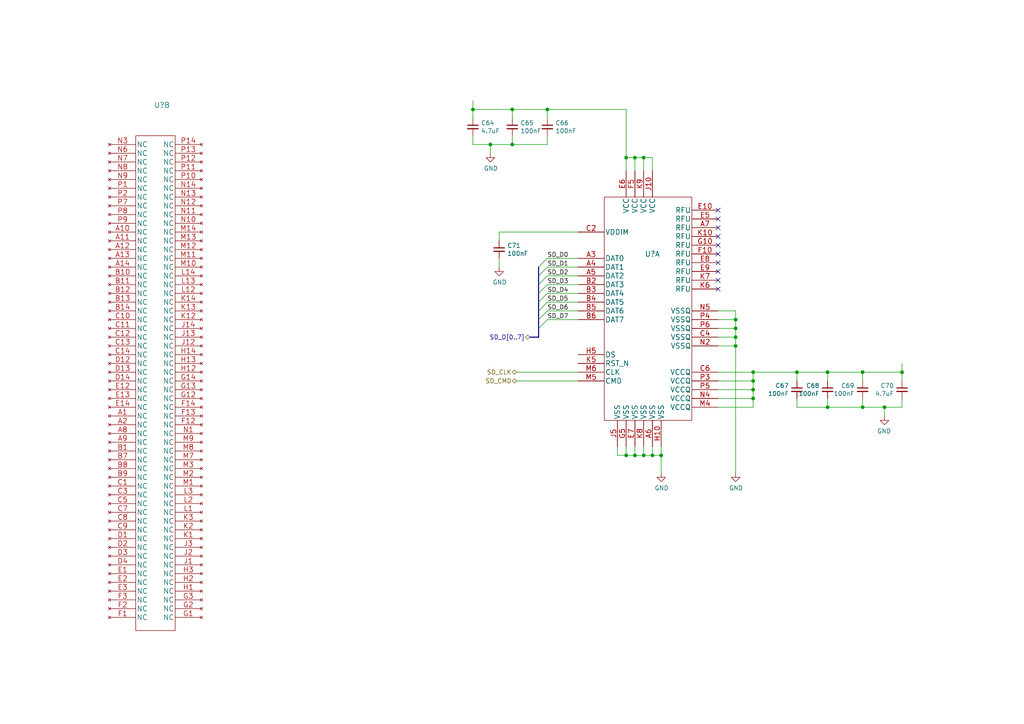
<source format=kicad_sch>
(kicad_sch (version 20211123) (generator eeschema)
  (paper "A4")
  (lib_symbols
    (symbol "IMXDesign-rescue:C_Small-Device" (pin_numbers hide) (pin_names (offset 0.254) hide)
      (property "Reference" "C" (at 0.254 1.778 0))
      (property "Value" "C_Small-Device" (at 0.254 -2.032 0))
      (symbol "C_Small-Device_0_1"
        (polyline (pts (xy -1.524 -0.508) (xy 1.524 -0.508)) (stroke (width 0.3302)))
        (polyline (pts (xy -1.524 0.508) (xy 1.524 0.508)) (stroke (width 0.3048)))
      )
      (symbol "C_Small-Device_1_1"
        (pin passive line (at 0 2.54 270) (length 2.032) (name "~") (number "1"))
        (pin passive line (at 0 -2.54 90) (length 2.032) (name "~") (number "2"))
      )
    )
    (symbol "IMXDesign-rescue:GND-power" (power) (pin_names (offset 0))
      (property "Value" "GND-power" (at 0 -3.81 0))
      (symbol "GND-power_0_1"
        (polyline (pts (xy 0 0) (xy 0 -1.27) (xy 1.27 -1.27) (xy 0 -2.54) (xy -1.27 -1.27) (xy 0 -1.27)))
      )
      (symbol "GND-power_1_1"
        (pin power_in line (at 0 0 270) (length 0) hide (name "GND") (number "1"))
      )
    )
    (symbol "IMXDesign-rescue:MTFC16GAKAECN-4M_IT-MTFC16GAKAECN-4M_IT" (pin_names (offset 0.254))
      (property "Reference" "U" (at 25.4 -19.05 0))
      (property "Value" "MTFC16GAKAECN-4M_IT-MTFC16GAKAECN-4M_IT" (at 59.69 -87.63 0))
      (symbol "MTFC16GAKAECN-4M_IT-MTFC16GAKAECN-4M_IT_1_1"
        (rectangle (start 22.86 -16.51) (end 48.26 -81.28))
        (pin bidirectional line (at 15.24 -34.29 0) (length 7.62) (name "DAT0") (number "A3"))
        (pin bidirectional line (at 15.24 -36.83 0) (length 7.62) (name "DAT1") (number "A4"))
        (pin bidirectional line (at 15.24 -39.37 0) (length 7.62) (name "DAT2") (number "A5"))
        (pin power_in line (at 36.83 -88.9 90) (length 7.62) (name "VSS") (number "A6"))
        (pin bidirectional line (at 55.88 -25.4 180) (length 7.62) (name "RFU") (number "A7"))
        (pin bidirectional line (at 15.24 -41.91 0) (length 7.62) (name "DAT3") (number "B2"))
        (pin bidirectional line (at 15.24 -44.45 0) (length 7.62) (name "DAT4") (number "B3"))
        (pin bidirectional line (at 15.24 -46.99 0) (length 7.62) (name "DAT5") (number "B4"))
        (pin bidirectional line (at 15.24 -49.53 0) (length 7.62) (name "DAT6") (number "B5"))
        (pin bidirectional line (at 15.24 -52.07 0) (length 7.62) (name "DAT7") (number "B6"))
        (pin power_in line (at 15.24 -26.67 0) (length 7.62) (name "VDDIM") (number "C2"))
        (pin power_in line (at 55.88 -57.15 180) (length 7.62) (name "VSSQ") (number "C4"))
        (pin power_in line (at 55.88 -67.31 180) (length 7.62) (name "VCCQ") (number "C6"))
        (pin bidirectional line (at 55.88 -20.32 180) (length 7.62) (name "RFU") (number "E10"))
        (pin bidirectional line (at 55.88 -22.86 180) (length 7.62) (name "RFU") (number "E5"))
        (pin power_in line (at 29.21 -8.89 270) (length 7.62) (name "VCC") (number "E6"))
        (pin power_in line (at 31.75 -88.9 90) (length 7.62) (name "VSS") (number "E7"))
        (pin bidirectional line (at 55.88 -35.56 180) (length 7.62) (name "RFU") (number "E8"))
        (pin bidirectional line (at 55.88 -38.1 180) (length 7.62) (name "RFU") (number "E9"))
        (pin bidirectional line (at 55.88 -33.02 180) (length 7.62) (name "RFU") (number "F10"))
        (pin power_in line (at 31.75 -8.89 270) (length 7.62) (name "VCC") (number "F5"))
        (pin bidirectional line (at 55.88 -30.48 180) (length 7.62) (name "RFU") (number "G10"))
        (pin power_in line (at 29.21 -88.9 90) (length 7.62) (name "VSS") (number "G5"))
        (pin power_in line (at 39.37 -88.9 90) (length 7.62) (name "VSS") (number "H10"))
        (pin bidirectional line (at 15.24 -62.23 0) (length 7.62) (name "DS") (number "H5"))
        (pin power_in line (at 36.83 -8.89 270) (length 7.62) (name "VCC") (number "J10"))
        (pin power_in line (at 26.67 -88.9 90) (length 7.62) (name "VSS") (number "J5"))
        (pin bidirectional line (at 55.88 -27.94 180) (length 7.62) (name "RFU") (number "K10"))
        (pin bidirectional line (at 15.24 -64.77 0) (length 7.62) (name "RST_N") (number "K5"))
        (pin bidirectional line (at 55.88 -43.18 180) (length 7.62) (name "RFU") (number "K6"))
        (pin bidirectional line (at 55.88 -40.64 180) (length 7.62) (name "RFU") (number "K7"))
        (pin power_in line (at 34.29 -88.9 90) (length 7.62) (name "VSS") (number "K8"))
        (pin power_in line (at 34.29 -8.89 270) (length 7.62) (name "VCC") (number "K9"))
        (pin power_in line (at 55.88 -77.47 180) (length 7.62) (name "VCCQ") (number "M4"))
        (pin bidirectional line (at 15.24 -69.85 0) (length 7.62) (name "CMD") (number "M5"))
        (pin bidirectional line (at 15.24 -67.31 0) (length 7.62) (name "CLK") (number "M6"))
        (pin power_in line (at 55.88 -59.69 180) (length 7.62) (name "VSSQ") (number "N2"))
        (pin power_in line (at 55.88 -74.93 180) (length 7.62) (name "VCCQ") (number "N4"))
        (pin power_in line (at 55.88 -49.53 180) (length 7.62) (name "VSSQ") (number "N5"))
        (pin power_in line (at 55.88 -69.85 180) (length 7.62) (name "VCCQ") (number "P3"))
        (pin power_in line (at 55.88 -52.07 180) (length 7.62) (name "VSSQ") (number "P4"))
        (pin power_in line (at 55.88 -72.39 180) (length 7.62) (name "VCCQ") (number "P5"))
        (pin power_in line (at 55.88 -54.61 180) (length 7.62) (name "VSSQ") (number "P6"))
      )
      (symbol "MTFC16GAKAECN-4M_IT-MTFC16GAKAECN-4M_IT_2_1"
        (rectangle (start 7.62 -12.7) (end 19.05 -156.21))
        (pin no_connect line (at 0 -93.98 0) (length 7.62) (name "NC") (number "A1"))
        (pin no_connect line (at 0 -40.64 0) (length 7.62) (name "NC") (number "A10"))
        (pin no_connect line (at 0 -43.18 0) (length 7.62) (name "NC") (number "A11"))
        (pin no_connect line (at 0 -45.72 0) (length 7.62) (name "NC") (number "A12"))
        (pin no_connect line (at 0 -48.26 0) (length 7.62) (name "NC") (number "A13"))
        (pin no_connect line (at 0 -50.8 0) (length 7.62) (name "NC") (number "A14"))
        (pin no_connect line (at 0 -96.52 0) (length 7.62) (name "NC") (number "A2"))
        (pin no_connect line (at 0 -99.06 0) (length 7.62) (name "NC") (number "A8"))
        (pin no_connect line (at 0 -101.6 0) (length 7.62) (name "NC") (number "A9"))
        (pin no_connect line (at 0 -104.14 0) (length 7.62) (name "NC") (number "B1"))
        (pin no_connect line (at 0 -53.34 0) (length 7.62) (name "NC") (number "B10"))
        (pin no_connect line (at 0 -55.88 0) (length 7.62) (name "NC") (number "B11"))
        (pin no_connect line (at 0 -58.42 0) (length 7.62) (name "NC") (number "B12"))
        (pin no_connect line (at 0 -60.96 0) (length 7.62) (name "NC") (number "B13"))
        (pin no_connect line (at 0 -63.5 0) (length 7.62) (name "NC") (number "B14"))
        (pin no_connect line (at 0 -106.68 0) (length 7.62) (name "NC") (number "B7"))
        (pin no_connect line (at 0 -109.22 0) (length 7.62) (name "NC") (number "B8"))
        (pin no_connect line (at 0 -111.76 0) (length 7.62) (name "NC") (number "B9"))
        (pin no_connect line (at 0 -114.3 0) (length 7.62) (name "NC") (number "C1"))
        (pin no_connect line (at 0 -66.04 0) (length 7.62) (name "NC") (number "C10"))
        (pin no_connect line (at 0 -68.58 0) (length 7.62) (name "NC") (number "C11"))
        (pin no_connect line (at 0 -71.12 0) (length 7.62) (name "NC") (number "C12"))
        (pin no_connect line (at 0 -73.66 0) (length 7.62) (name "NC") (number "C13"))
        (pin no_connect line (at 0 -76.2 0) (length 7.62) (name "NC") (number "C14"))
        (pin no_connect line (at 0 -116.84 0) (length 7.62) (name "NC") (number "C3"))
        (pin no_connect line (at 0 -119.38 0) (length 7.62) (name "NC") (number "C5"))
        (pin no_connect line (at 0 -121.92 0) (length 7.62) (name "NC") (number "C7"))
        (pin no_connect line (at 0 -124.46 0) (length 7.62) (name "NC") (number "C8"))
        (pin no_connect line (at 0 -127 0) (length 7.62) (name "NC") (number "C9"))
        (pin no_connect line (at 0 -129.54 0) (length 7.62) (name "NC") (number "D1"))
        (pin no_connect line (at 0 -78.74 0) (length 7.62) (name "NC") (number "D12"))
        (pin no_connect line (at 0 -81.28 0) (length 7.62) (name "NC") (number "D13"))
        (pin no_connect line (at 0 -83.82 0) (length 7.62) (name "NC") (number "D14"))
        (pin no_connect line (at 0 -132.08 0) (length 7.62) (name "NC") (number "D2"))
        (pin no_connect line (at 0 -134.62 0) (length 7.62) (name "NC") (number "D3"))
        (pin no_connect line (at 0 -137.16 0) (length 7.62) (name "NC") (number "D4"))
        (pin no_connect line (at 0 -139.7 0) (length 7.62) (name "NC") (number "E1"))
        (pin no_connect line (at 0 -86.36 0) (length 7.62) (name "NC") (number "E12"))
        (pin no_connect line (at 0 -88.9 0) (length 7.62) (name "NC") (number "E13"))
        (pin no_connect line (at 0 -91.44 0) (length 7.62) (name "NC") (number "E14"))
        (pin no_connect line (at 0 -142.24 0) (length 7.62) (name "NC") (number "E2"))
        (pin no_connect line (at 0 -144.78 0) (length 7.62) (name "NC") (number "E3"))
        (pin no_connect line (at 0 -152.4 0) (length 7.62) (name "NC") (number "F1"))
        (pin no_connect line (at 26.67 -96.52 180) (length 7.62) (name "NC") (number "F12"))
        (pin no_connect line (at 26.67 -93.98 180) (length 7.62) (name "NC") (number "F13"))
        (pin no_connect line (at 26.67 -91.44 180) (length 7.62) (name "NC") (number "F14"))
        (pin no_connect line (at 0 -149.86 0) (length 7.62) (name "NC") (number "F2"))
        (pin no_connect line (at 0 -147.32 0) (length 7.62) (name "NC") (number "F3"))
        (pin no_connect line (at 26.67 -152.4 180) (length 7.62) (name "NC") (number "G1"))
        (pin no_connect line (at 26.67 -88.9 180) (length 7.62) (name "NC") (number "G12"))
        (pin no_connect line (at 26.67 -86.36 180) (length 7.62) (name "NC") (number "G13"))
        (pin no_connect line (at 26.67 -83.82 180) (length 7.62) (name "NC") (number "G14"))
        (pin no_connect line (at 26.67 -149.86 180) (length 7.62) (name "NC") (number "G2"))
        (pin no_connect line (at 26.67 -147.32 180) (length 7.62) (name "NC") (number "G3"))
        (pin no_connect line (at 26.67 -144.78 180) (length 7.62) (name "NC") (number "H1"))
        (pin no_connect line (at 26.67 -81.28 180) (length 7.62) (name "NC") (number "H12"))
        (pin no_connect line (at 26.67 -78.74 180) (length 7.62) (name "NC") (number "H13"))
        (pin no_connect line (at 26.67 -76.2 180) (length 7.62) (name "NC") (number "H14"))
        (pin no_connect line (at 26.67 -142.24 180) (length 7.62) (name "NC") (number "H2"))
        (pin no_connect line (at 26.67 -139.7 180) (length 7.62) (name "NC") (number "H3"))
        (pin no_connect line (at 26.67 -137.16 180) (length 7.62) (name "NC") (number "J1"))
        (pin no_connect line (at 26.67 -73.66 180) (length 7.62) (name "NC") (number "J12"))
        (pin no_connect line (at 26.67 -71.12 180) (length 7.62) (name "NC") (number "J13"))
        (pin no_connect line (at 26.67 -68.58 180) (length 7.62) (name "NC") (number "J14"))
        (pin no_connect line (at 26.67 -134.62 180) (length 7.62) (name "NC") (number "J2"))
        (pin no_connect line (at 26.67 -132.08 180) (length 7.62) (name "NC") (number "J3"))
        (pin no_connect line (at 26.67 -129.54 180) (length 7.62) (name "NC") (number "K1"))
        (pin no_connect line (at 26.67 -66.04 180) (length 7.62) (name "NC") (number "K12"))
        (pin no_connect line (at 26.67 -63.5 180) (length 7.62) (name "NC") (number "K13"))
        (pin no_connect line (at 26.67 -60.96 180) (length 7.62) (name "NC") (number "K14"))
        (pin no_connect line (at 26.67 -127 180) (length 7.62) (name "NC") (number "K2"))
        (pin no_connect line (at 26.67 -124.46 180) (length 7.62) (name "NC") (number "K3"))
        (pin no_connect line (at 26.67 -121.92 180) (length 7.62) (name "NC") (number "L1"))
        (pin no_connect line (at 26.67 -58.42 180) (length 7.62) (name "NC") (number "L12"))
        (pin no_connect line (at 26.67 -55.88 180) (length 7.62) (name "NC") (number "L13"))
        (pin no_connect line (at 26.67 -53.34 180) (length 7.62) (name "NC") (number "L14"))
        (pin no_connect line (at 26.67 -119.38 180) (length 7.62) (name "NC") (number "L2"))
        (pin no_connect line (at 26.67 -116.84 180) (length 7.62) (name "NC") (number "L3"))
        (pin no_connect line (at 26.67 -114.3 180) (length 7.62) (name "NC") (number "M1"))
        (pin no_connect line (at 26.67 -50.8 180) (length 7.62) (name "NC") (number "M10"))
        (pin no_connect line (at 26.67 -48.26 180) (length 7.62) (name "NC") (number "M11"))
        (pin no_connect line (at 26.67 -45.72 180) (length 7.62) (name "NC") (number "M12"))
        (pin no_connect line (at 26.67 -43.18 180) (length 7.62) (name "NC") (number "M13"))
        (pin no_connect line (at 26.67 -40.64 180) (length 7.62) (name "NC") (number "M14"))
        (pin no_connect line (at 26.67 -111.76 180) (length 7.62) (name "NC") (number "M2"))
        (pin no_connect line (at 26.67 -109.22 180) (length 7.62) (name "NC") (number "M3"))
        (pin no_connect line (at 26.67 -106.68 180) (length 7.62) (name "NC") (number "M7"))
        (pin no_connect line (at 26.67 -104.14 180) (length 7.62) (name "NC") (number "M8"))
        (pin no_connect line (at 26.67 -101.6 180) (length 7.62) (name "NC") (number "M9"))
        (pin no_connect line (at 26.67 -99.06 180) (length 7.62) (name "NC") (number "N1"))
        (pin no_connect line (at 26.67 -38.1 180) (length 7.62) (name "NC") (number "N10"))
        (pin no_connect line (at 26.67 -35.56 180) (length 7.62) (name "NC") (number "N11"))
        (pin no_connect line (at 26.67 -33.02 180) (length 7.62) (name "NC") (number "N12"))
        (pin no_connect line (at 26.67 -30.48 180) (length 7.62) (name "NC") (number "N13"))
        (pin no_connect line (at 26.67 -27.94 180) (length 7.62) (name "NC") (number "N14"))
        (pin no_connect line (at 0 -15.24 0) (length 7.62) (name "NC") (number "N3"))
        (pin no_connect line (at 0 -17.78 0) (length 7.62) (name "NC") (number "N6"))
        (pin no_connect line (at 0 -20.32 0) (length 7.62) (name "NC") (number "N7"))
        (pin no_connect line (at 0 -22.86 0) (length 7.62) (name "NC") (number "N8"))
        (pin no_connect line (at 0 -25.4 0) (length 7.62) (name "NC") (number "N9"))
        (pin no_connect line (at 0 -27.94 0) (length 7.62) (name "NC") (number "P1"))
        (pin no_connect line (at 26.67 -25.4 180) (length 7.62) (name "NC") (number "P10"))
        (pin no_connect line (at 26.67 -22.86 180) (length 7.62) (name "NC") (number "P11"))
        (pin no_connect line (at 26.67 -20.32 180) (length 7.62) (name "NC") (number "P12"))
        (pin no_connect line (at 26.67 -17.78 180) (length 7.62) (name "NC") (number "P13"))
        (pin no_connect line (at 26.67 -15.24 180) (length 7.62) (name "NC") (number "P14"))
        (pin no_connect line (at 0 -30.48 0) (length 7.62) (name "NC") (number "P2"))
        (pin no_connect line (at 0 -33.02 0) (length 7.62) (name "NC") (number "P7"))
        (pin no_connect line (at 0 -35.56 0) (length 7.62) (name "NC") (number "P8"))
        (pin no_connect line (at 0 -38.1 0) (length 7.62) (name "NC") (number "P9"))
      )
    )
  )
  (junction (at 213.36 95.25))
  (junction (at 191.77 132.08))
  (junction (at 213.36 92.71))
  (junction (at 189.23 132.08))
  (junction (at 181.61 132.08))
  (junction (at 213.36 100.33))
  (junction (at 137.16 31.75))
  (junction (at 181.61 45.72))
  (junction (at 142.24 41.91))
  (junction (at 240.03 107.95))
  (junction (at 231.14 107.95))
  (junction (at 184.15 45.72))
  (junction (at 256.54 118.11))
  (junction (at 218.44 115.57))
  (junction (at 240.03 118.11))
  (junction (at 250.19 118.11))
  (junction (at 218.44 107.95))
  (junction (at 184.15 132.08))
  (junction (at 261.62 107.95))
  (junction (at 186.69 132.08))
  (junction (at 250.19 107.95))
  (junction (at 218.44 113.03))
  (junction (at 148.59 41.91))
  (junction (at 186.69 45.72))
  (junction (at 158.75 31.75))
  (junction (at 148.59 31.75))
  (junction (at 213.36 97.79))
  (junction (at 218.44 110.49))
  (no_connect (at 208.28 66.04))
  (no_connect (at 208.28 68.58))
  (no_connect (at 208.28 73.66))
  (no_connect (at 208.28 83.82))
  (no_connect (at 208.28 63.5))
  (no_connect (at 208.28 81.28))
  (no_connect (at 208.28 78.74))
  (no_connect (at 208.28 71.12))
  (no_connect (at 208.28 60.96))
  (no_connect (at 208.28 76.2))
  (bus_entry (at 158.75 90.17) (size -2.54 2.54))
  (bus_entry (at 158.75 74.93) (size -2.54 2.54))
  (bus_entry (at 158.75 85.09) (size -2.54 2.54))
  (bus_entry (at 158.75 77.47) (size -2.54 2.54))
  (bus_entry (at 158.75 92.71) (size -2.54 2.54))
  (bus_entry (at 158.75 80.01) (size -2.54 2.54))
  (bus_entry (at 158.75 87.63) (size -2.54 2.54))
  (bus_entry (at 158.75 82.55) (size -2.54 2.54))
  (wire (pts (xy 213.36 97.79) (xy 213.36 100.33)))
  (wire (pts (xy 218.44 107.95) (xy 231.14 107.95)))
  (wire (pts (xy 167.64 80.01) (xy 158.75 80.01)))
  (wire (pts (xy 186.69 45.72) (xy 189.23 45.72)))
  (wire (pts (xy 250.19 107.95) (xy 240.03 107.95)))
  (wire (pts (xy 261.62 115.57) (xy 261.62 118.11)))
  (wire (pts (xy 191.77 132.08) (xy 191.77 129.54)))
  (wire (pts (xy 261.62 110.49) (xy 261.62 107.95)))
  (wire (pts (xy 213.36 92.71) (xy 213.36 95.25)))
  (wire (pts (xy 137.16 41.91) (xy 142.24 41.91)))
  (wire (pts (xy 208.28 118.11) (xy 218.44 118.11)))
  (bus (pts (xy 156.21 95.25) (xy 156.21 97.79)))
  (wire (pts (xy 208.28 113.03) (xy 218.44 113.03)))
  (wire (pts (xy 213.36 90.17) (xy 213.36 92.71)))
  (wire (pts (xy 213.36 100.33) (xy 213.36 137.16)))
  (wire (pts (xy 149.86 107.95) (xy 167.64 107.95)))
  (wire (pts (xy 218.44 118.11) (xy 218.44 115.57)))
  (bus (pts (xy 156.21 82.55) (xy 156.21 85.09)))
  (bus (pts (xy 156.21 92.71) (xy 156.21 95.25)))
  (wire (pts (xy 144.78 77.47) (xy 144.78 74.93)))
  (wire (pts (xy 218.44 110.49) (xy 218.44 107.95)))
  (wire (pts (xy 240.03 118.11) (xy 240.03 115.57)))
  (wire (pts (xy 218.44 113.03) (xy 218.44 110.49)))
  (wire (pts (xy 250.19 110.49) (xy 250.19 107.95)))
  (wire (pts (xy 181.61 49.53) (xy 181.61 45.72)))
  (wire (pts (xy 256.54 118.11) (xy 256.54 120.65)))
  (wire (pts (xy 184.15 45.72) (xy 186.69 45.72)))
  (wire (pts (xy 179.07 132.08) (xy 181.61 132.08)))
  (wire (pts (xy 167.64 92.71) (xy 158.75 92.71)))
  (wire (pts (xy 142.24 41.91) (xy 142.24 44.45)))
  (wire (pts (xy 158.75 41.91) (xy 158.75 39.37)))
  (wire (pts (xy 231.14 118.11) (xy 231.14 115.57)))
  (wire (pts (xy 208.28 110.49) (xy 218.44 110.49)))
  (wire (pts (xy 167.64 74.93) (xy 158.75 74.93)))
  (wire (pts (xy 137.16 31.75) (xy 148.59 31.75)))
  (wire (pts (xy 186.69 129.54) (xy 186.69 132.08)))
  (wire (pts (xy 167.64 87.63) (xy 158.75 87.63)))
  (wire (pts (xy 167.64 85.09) (xy 158.75 85.09)))
  (wire (pts (xy 261.62 107.95) (xy 250.19 107.95)))
  (wire (pts (xy 208.28 97.79) (xy 213.36 97.79)))
  (wire (pts (xy 181.61 31.75) (xy 181.61 45.72)))
  (wire (pts (xy 184.15 132.08) (xy 186.69 132.08)))
  (wire (pts (xy 186.69 49.53) (xy 186.69 45.72)))
  (wire (pts (xy 240.03 107.95) (xy 231.14 107.95)))
  (wire (pts (xy 181.61 45.72) (xy 184.15 45.72)))
  (wire (pts (xy 208.28 107.95) (xy 218.44 107.95)))
  (wire (pts (xy 181.61 129.54) (xy 181.61 132.08)))
  (wire (pts (xy 208.28 90.17) (xy 213.36 90.17)))
  (wire (pts (xy 208.28 95.25) (xy 213.36 95.25)))
  (wire (pts (xy 240.03 118.11) (xy 231.14 118.11)))
  (wire (pts (xy 167.64 82.55) (xy 158.75 82.55)))
  (wire (pts (xy 148.59 39.37) (xy 148.59 41.91)))
  (wire (pts (xy 167.64 67.31) (xy 144.78 67.31)))
  (wire (pts (xy 184.15 49.53) (xy 184.15 45.72)))
  (wire (pts (xy 250.19 115.57) (xy 250.19 118.11)))
  (bus (pts (xy 156.21 85.09) (xy 156.21 87.63)))
  (bus (pts (xy 156.21 80.01) (xy 156.21 82.55)))
  (wire (pts (xy 167.64 90.17) (xy 158.75 90.17)))
  (wire (pts (xy 208.28 92.71) (xy 213.36 92.71)))
  (wire (pts (xy 137.16 29.21) (xy 137.16 31.75)))
  (wire (pts (xy 181.61 132.08) (xy 184.15 132.08)))
  (wire (pts (xy 158.75 31.75) (xy 158.75 34.29)))
  (wire (pts (xy 148.59 31.75) (xy 158.75 31.75)))
  (wire (pts (xy 256.54 118.11) (xy 250.19 118.11)))
  (wire (pts (xy 148.59 34.29) (xy 148.59 31.75)))
  (wire (pts (xy 167.64 77.47) (xy 158.75 77.47)))
  (wire (pts (xy 184.15 129.54) (xy 184.15 132.08)))
  (bus (pts (xy 156.21 90.17) (xy 156.21 92.71)))
  (wire (pts (xy 231.14 110.49) (xy 231.14 107.95)))
  (wire (pts (xy 189.23 45.72) (xy 189.23 49.53)))
  (wire (pts (xy 137.16 34.29) (xy 137.16 31.75)))
  (wire (pts (xy 148.59 41.91) (xy 158.75 41.91)))
  (wire (pts (xy 186.69 132.08) (xy 189.23 132.08)))
  (wire (pts (xy 189.23 132.08) (xy 191.77 132.08)))
  (wire (pts (xy 179.07 129.54) (xy 179.07 132.08)))
  (bus (pts (xy 156.21 87.63) (xy 156.21 90.17)))
  (wire (pts (xy 142.24 41.91) (xy 148.59 41.91)))
  (bus (pts (xy 156.21 97.79) (xy 153.67 97.79)))
  (wire (pts (xy 137.16 39.37) (xy 137.16 41.91)))
  (wire (pts (xy 250.19 118.11) (xy 240.03 118.11)))
  (wire (pts (xy 208.28 115.57) (xy 218.44 115.57)))
  (wire (pts (xy 213.36 95.25) (xy 213.36 97.79)))
  (wire (pts (xy 261.62 105.41) (xy 261.62 107.95)))
  (wire (pts (xy 191.77 132.08) (xy 191.77 137.16)))
  (wire (pts (xy 149.86 110.49) (xy 167.64 110.49)))
  (wire (pts (xy 158.75 31.75) (xy 181.61 31.75)))
  (bus (pts (xy 156.21 77.47) (xy 156.21 80.01)))
  (wire (pts (xy 208.28 100.33) (xy 213.36 100.33)))
  (wire (pts (xy 144.78 67.31) (xy 144.78 69.85)))
  (wire (pts (xy 261.62 118.11) (xy 256.54 118.11)))
  (wire (pts (xy 218.44 115.57) (xy 218.44 113.03)))
  (wire (pts (xy 240.03 107.95) (xy 240.03 110.49)))
  (wire (pts (xy 189.23 129.54) (xy 189.23 132.08)))
  (label "SD_D1" (at 158.75 77.47 0))
  (label "SD_D2" (at 158.75 80.01 0))
  (label "SD_D6" (at 158.75 90.17 0))
  (label "SD_D4" (at 158.75 85.09 0))
  (label "SD_D0" (at 158.75 74.93 0))
  (label "SD_D7" (at 158.75 92.71 0))
  (label "SD_D3" (at 158.75 82.55 0))
  (label "SD_D5" (at 158.75 87.63 0))
  (hierarchical_label "SD_D[0..7]" (shape bidirectional) (at 153.67 97.79 180))
  (hierarchical_label "SD_CLK" (shape bidirectional) (at 149.86 107.95 180))
  (hierarchical_label "SD_CMD" (shape bidirectional) (at 149.86 110.49 180))
  (symbol (lib_id "IMXDesign-rescue:MTFC16GAKAECN-4M_IT-MTFC16GAKAECN-4M_IT") (at 31.75 26.67 0) (unit 2)
    (property "Reference" "U?" (at 46.99 30.48 0) (effects (font (size 1.524 1.524))))
  )
  (symbol (lib_id "IMXDesign-rescue:MTFC16GAKAECN-4M_IT-MTFC16GAKAECN-4M_IT") (at 152.4 40.64 0) (unit 1)
    (property "Reference" "U?" (at 189.23 73.66 0) (effects (font (size 1.524 1.524))))
  )
  (symbol (lib_id "IMXDesign-rescue:GND-power") (at 213.36 137.16 0) (unit 1)
    (property "Reference" "#PWR0168" (effects hide))
    (property "Value" "GND" (at 213.487 141.5542 0))
  )
  (symbol (lib_id "IMXDesign-rescue:C_Small-Device") (at 137.16 36.83 0) (unit 1)
    (property "Reference" "C64" (at 139.4968 35.6616 0) (effects (justify left)))
    (property "Value" "4.7uF" (at 139.4968 37.973 0) (effects (justify left)))
    (property "Footprint" "Capacitor_SMD:C_0603_1608Metric" (effects hide))
  )
  (symbol (lib_id "IMXDesign-rescue:C_Small-Device") (at 148.59 36.83 0) (unit 1)
    (property "Reference" "C65" (at 150.9268 35.6616 0) (effects (justify left)))
    (property "Value" "100nF" (at 150.9268 37.973 0) (effects (justify left)))
    (property "Footprint" "Capacitor_SMD:C_0402_1005Metric" (effects hide))
  )
  (symbol (lib_id "IMXDesign-rescue:C_Small-Device") (at 158.75 36.83 0) (unit 1)
    (property "Reference" "C66" (at 161.0868 35.6616 0) (effects (justify left)))
    (property "Value" "100nF" (at 161.0868 37.973 0) (effects (justify left)))
    (property "Footprint" "Capacitor_SMD:C_0402_1005Metric" (effects hide))
  )
  (symbol (lib_id "IMXDesign-rescue:GND-power") (at 142.24 44.45 0) (unit 1)
    (property "Reference" "#PWR0169" (effects hide))
    (property "Value" "GND" (at 142.367 48.8442 0))
  )
  (symbol (lib_id "IMXDesign-rescue:GND-power") (at 191.77 137.16 0) (unit 1)
    (property "Reference" "#PWR02" (effects hide))
    (property "Value" "GND" (at 191.897 141.5542 0))
  )
  (symbol (lib_id "IMXDesign-rescue:C_Small-Device") (at 261.62 113.03 0) (mirror y) (unit 1)
    (property "Reference" "C70" (at 259.2832 111.8616 0) (effects (justify left)))
    (property "Value" "4.7uF" (at 259.2832 114.173 0) (effects (justify left)))
    (property "Footprint" "Capacitor_SMD:C_0603_1608Metric" (effects hide))
  )
  (symbol (lib_id "IMXDesign-rescue:C_Small-Device") (at 250.19 113.03 0) (mirror y) (unit 1)
    (property "Reference" "C69" (at 247.8532 111.8616 0) (effects (justify left)))
    (property "Value" "100nF" (at 247.8532 114.173 0) (effects (justify left)))
    (property "Footprint" "Capacitor_SMD:C_0402_1005Metric" (effects hide))
  )
  (symbol (lib_id "IMXDesign-rescue:C_Small-Device") (at 240.03 113.03 0) (mirror y) (unit 1)
    (property "Reference" "C68" (at 237.6932 111.8616 0) (effects (justify left)))
    (property "Value" "100nF" (at 237.6932 114.173 0) (effects (justify left)))
    (property "Footprint" "Capacitor_SMD:C_0402_1005Metric" (effects hide))
  )
  (symbol (lib_id "IMXDesign-rescue:GND-power") (at 256.54 120.65 0) (mirror y) (unit 1)
    (property "Reference" "#PWR0170" (effects hide))
    (property "Value" "GND" (at 256.413 125.0442 0))
  )
  (symbol (lib_id "IMXDesign-rescue:C_Small-Device") (at 231.14 113.03 0) (mirror y) (unit 1)
    (property "Reference" "C67" (at 228.8032 111.8616 0) (effects (justify left)))
    (property "Value" "100nF" (at 228.8032 114.173 0) (effects (justify left)))
    (property "Footprint" "Capacitor_SMD:C_0402_1005Metric" (effects hide))
  )
  (symbol (lib_id "IMXDesign-rescue:C_Small-Device") (at 144.78 72.39 0) (unit 1)
    (property "Reference" "C71" (at 147.1168 71.2216 0) (effects (justify left)))
    (property "Value" "100nF" (at 147.1168 73.533 0) (effects (justify left)))
    (property "Footprint" "Capacitor_SMD:C_0402_1005Metric" (effects hide))
  )
  (symbol (lib_id "IMXDesign-rescue:GND-power") (at 144.78 77.47 0) (unit 1)
    (property "Reference" "#PWR0171" (effects hide))
    (property "Value" "GND" (at 144.907 81.8642 0))
  )
)
</source>
